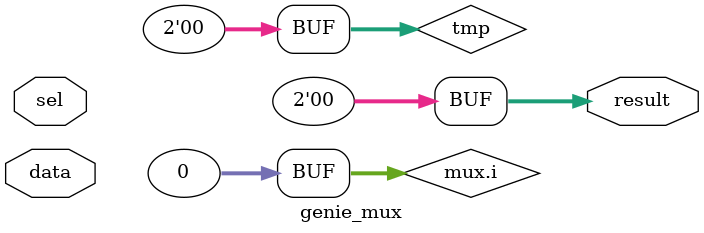
<source format=sv>

module genie_mux #
(
	parameter lpm_widths = 0,
	parameter lpm_size = 0,
	parameter lpm_pipeline = 0,
	parameter lpm_width = 0
)
(
	input [(lpm_width*lpm_size)-1:0] data,
	input [lpm_widths-1:0] sel,
	output [lpm_width-1:0] result
);

reg [lpm_width-1:0] tmp;
reg match;

always @* begin : mux
	integer i;
	tmp = 0;
	
	for (i = 0; i < lpm_size; i = i + 1) begin
		match = i[lpm_widths-1:0] == sel;
		tmp = tmp | (data[i*lpm_width +: lpm_width] & {(lpm_width){match}});
	end
end

assign result = tmp;

endmodule

</source>
